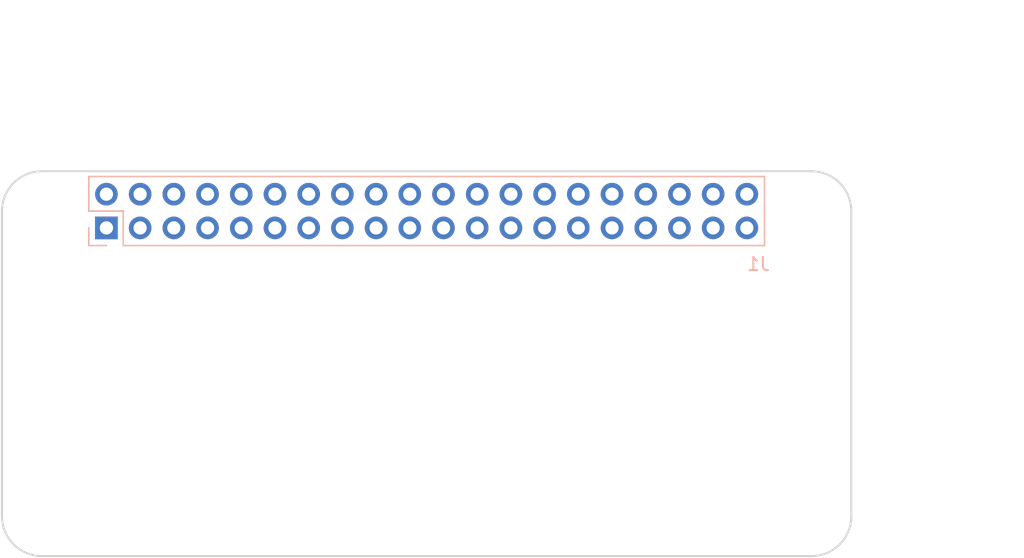
<source format=kicad_pcb>
(kicad_pcb (version 20171130) (host pcbnew 5.0.2-1.fc29)

  (general
    (thickness 1.6)
    (drawings 12)
    (tracks 0)
    (zones 0)
    (modules 5)
    (nets 32)
  )

  (page A4)
  (layers
    (0 F.Cu signal)
    (31 B.Cu signal)
    (32 B.Adhes user)
    (33 F.Adhes user)
    (34 B.Paste user)
    (35 F.Paste user)
    (36 B.SilkS user)
    (37 F.SilkS user)
    (38 B.Mask user)
    (39 F.Mask user)
    (40 Dwgs.User user)
    (41 Cmts.User user)
    (42 Eco1.User user)
    (43 Eco2.User user)
    (44 Edge.Cuts user)
    (45 Margin user)
    (46 B.CrtYd user)
    (47 F.CrtYd user)
    (48 B.Fab user)
    (49 F.Fab user)
  )

  (setup
    (last_trace_width 0.25)
    (trace_clearance 0.2)
    (zone_clearance 0.508)
    (zone_45_only no)
    (trace_min 0.2)
    (segment_width 0.2)
    (edge_width 0.15)
    (via_size 0.8)
    (via_drill 0.4)
    (via_min_size 0.4)
    (via_min_drill 0.3)
    (uvia_size 0.3)
    (uvia_drill 0.1)
    (uvias_allowed no)
    (uvia_min_size 0.2)
    (uvia_min_drill 0.1)
    (pcb_text_width 0.3)
    (pcb_text_size 1.5 1.5)
    (mod_edge_width 0.15)
    (mod_text_size 1 1)
    (mod_text_width 0.15)
    (pad_size 1.524 1.524)
    (pad_drill 0.762)
    (pad_to_mask_clearance 0.051)
    (solder_mask_min_width 0.25)
    (aux_axis_origin 0 0)
    (visible_elements FFFFFF7F)
    (pcbplotparams
      (layerselection 0x010fc_ffffffff)
      (usegerberextensions false)
      (usegerberattributes false)
      (usegerberadvancedattributes false)
      (creategerberjobfile false)
      (excludeedgelayer true)
      (linewidth 0.100000)
      (plotframeref false)
      (viasonmask false)
      (mode 1)
      (useauxorigin false)
      (hpglpennumber 1)
      (hpglpenspeed 20)
      (hpglpendiameter 15.000000)
      (psnegative false)
      (psa4output false)
      (plotreference true)
      (plotvalue true)
      (plotinvisibletext false)
      (padsonsilk false)
      (subtractmaskfromsilk false)
      (outputformat 1)
      (mirror false)
      (drillshape 1)
      (scaleselection 1)
      (outputdirectory ""))
  )

  (net 0 "")
  (net 1 "Net-(J1-Pad3)")
  (net 2 "Net-(J1-Pad5)")
  (net 3 "Net-(J1-Pad7)")
  (net 4 "Net-(J1-Pad8)")
  (net 5 "Net-(J1-Pad10)")
  (net 6 "Net-(J1-Pad11)")
  (net 7 "Net-(J1-Pad12)")
  (net 8 "Net-(J1-Pad13)")
  (net 9 "Net-(J1-Pad15)")
  (net 10 "Net-(J1-Pad16)")
  (net 11 "Net-(J1-Pad18)")
  (net 12 "Net-(J1-Pad19)")
  (net 13 "Net-(J1-Pad21)")
  (net 14 "Net-(J1-Pad22)")
  (net 15 "Net-(J1-Pad23)")
  (net 16 "Net-(J1-Pad24)")
  (net 17 "Net-(J1-Pad26)")
  (net 18 "Net-(J1-Pad29)")
  (net 19 "Net-(J1-Pad31)")
  (net 20 "Net-(J1-Pad32)")
  (net 21 "Net-(J1-Pad33)")
  (net 22 "Net-(J1-Pad35)")
  (net 23 "Net-(J1-Pad36)")
  (net 24 "Net-(J1-Pad37)")
  (net 25 "Net-(J1-Pad38)")
  (net 26 "Net-(J1-Pad40)")
  (net 27 GND)
  (net 28 +3V3)
  (net 29 +5V)
  (net 30 /ID_SD)
  (net 31 /ID_SC)

  (net_class Default "This is the default net class."
    (clearance 0.2)
    (trace_width 0.25)
    (via_dia 0.8)
    (via_drill 0.4)
    (uvia_dia 0.3)
    (uvia_drill 0.1)
    (add_net +3V3)
    (add_net +5V)
    (add_net /ID_SC)
    (add_net /ID_SD)
    (add_net GND)
    (add_net "Net-(J1-Pad10)")
    (add_net "Net-(J1-Pad11)")
    (add_net "Net-(J1-Pad12)")
    (add_net "Net-(J1-Pad13)")
    (add_net "Net-(J1-Pad15)")
    (add_net "Net-(J1-Pad16)")
    (add_net "Net-(J1-Pad18)")
    (add_net "Net-(J1-Pad19)")
    (add_net "Net-(J1-Pad21)")
    (add_net "Net-(J1-Pad22)")
    (add_net "Net-(J1-Pad23)")
    (add_net "Net-(J1-Pad24)")
    (add_net "Net-(J1-Pad26)")
    (add_net "Net-(J1-Pad29)")
    (add_net "Net-(J1-Pad3)")
    (add_net "Net-(J1-Pad31)")
    (add_net "Net-(J1-Pad32)")
    (add_net "Net-(J1-Pad33)")
    (add_net "Net-(J1-Pad35)")
    (add_net "Net-(J1-Pad36)")
    (add_net "Net-(J1-Pad37)")
    (add_net "Net-(J1-Pad38)")
    (add_net "Net-(J1-Pad40)")
    (add_net "Net-(J1-Pad5)")
    (add_net "Net-(J1-Pad7)")
    (add_net "Net-(J1-Pad8)")
  )

  (module Connector_PinSocket_2.54mm:PinSocket_2x20_P2.54mm_Vertical (layer B.Cu) (tedit 5A19A433) (tstamp 5C1F3C44)
    (at 117.87 90.27 270)
    (descr "Through hole straight socket strip, 2x20, 2.54mm pitch, double cols (from Kicad 4.0.7), script generated")
    (tags "Through hole socket strip THT 2x20 2.54mm double row")
    (path /5C13CC9E)
    (fp_text reference J1 (at 2.73 -49.13) (layer B.SilkS)
      (effects (font (size 1 1) (thickness 0.15)) (justify mirror))
    )
    (fp_text value Raspberry_Pi_2_3 (at 2.73 -41.13) (layer B.Fab)
      (effects (font (size 1 1) (thickness 0.15)) (justify mirror))
    )
    (fp_line (start -3.81 1.27) (end 0.27 1.27) (layer B.Fab) (width 0.1))
    (fp_line (start 0.27 1.27) (end 1.27 0.27) (layer B.Fab) (width 0.1))
    (fp_line (start 1.27 0.27) (end 1.27 -49.53) (layer B.Fab) (width 0.1))
    (fp_line (start 1.27 -49.53) (end -3.81 -49.53) (layer B.Fab) (width 0.1))
    (fp_line (start -3.81 -49.53) (end -3.81 1.27) (layer B.Fab) (width 0.1))
    (fp_line (start -3.87 1.33) (end -1.27 1.33) (layer B.SilkS) (width 0.12))
    (fp_line (start -3.87 1.33) (end -3.87 -49.59) (layer B.SilkS) (width 0.12))
    (fp_line (start -3.87 -49.59) (end 1.33 -49.59) (layer B.SilkS) (width 0.12))
    (fp_line (start 1.33 -1.27) (end 1.33 -49.59) (layer B.SilkS) (width 0.12))
    (fp_line (start -1.27 -1.27) (end 1.33 -1.27) (layer B.SilkS) (width 0.12))
    (fp_line (start -1.27 1.33) (end -1.27 -1.27) (layer B.SilkS) (width 0.12))
    (fp_line (start 1.33 1.33) (end 1.33 0) (layer B.SilkS) (width 0.12))
    (fp_line (start 0 1.33) (end 1.33 1.33) (layer B.SilkS) (width 0.12))
    (fp_line (start -4.34 1.8) (end 1.76 1.8) (layer B.CrtYd) (width 0.05))
    (fp_line (start 1.76 1.8) (end 1.76 -50) (layer B.CrtYd) (width 0.05))
    (fp_line (start 1.76 -50) (end -4.34 -50) (layer B.CrtYd) (width 0.05))
    (fp_line (start -4.34 -50) (end -4.34 1.8) (layer B.CrtYd) (width 0.05))
    (fp_text user %R (at -1.27 -24.13 180) (layer B.Fab)
      (effects (font (size 1 1) (thickness 0.15)) (justify mirror))
    )
    (pad 1 thru_hole rect (at 0 0 270) (size 1.7 1.7) (drill 1) (layers *.Cu *.Mask)
      (net 28 +3V3))
    (pad 2 thru_hole oval (at -2.54 0 270) (size 1.7 1.7) (drill 1) (layers *.Cu *.Mask)
      (net 29 +5V))
    (pad 3 thru_hole oval (at 0 -2.54 270) (size 1.7 1.7) (drill 1) (layers *.Cu *.Mask)
      (net 1 "Net-(J1-Pad3)"))
    (pad 4 thru_hole oval (at -2.54 -2.54 270) (size 1.7 1.7) (drill 1) (layers *.Cu *.Mask)
      (net 29 +5V))
    (pad 5 thru_hole oval (at 0 -5.08 270) (size 1.7 1.7) (drill 1) (layers *.Cu *.Mask)
      (net 2 "Net-(J1-Pad5)"))
    (pad 6 thru_hole oval (at -2.54 -5.08 270) (size 1.7 1.7) (drill 1) (layers *.Cu *.Mask)
      (net 27 GND))
    (pad 7 thru_hole oval (at 0 -7.62 270) (size 1.7 1.7) (drill 1) (layers *.Cu *.Mask)
      (net 3 "Net-(J1-Pad7)"))
    (pad 8 thru_hole oval (at -2.54 -7.62 270) (size 1.7 1.7) (drill 1) (layers *.Cu *.Mask)
      (net 4 "Net-(J1-Pad8)"))
    (pad 9 thru_hole oval (at 0 -10.16 270) (size 1.7 1.7) (drill 1) (layers *.Cu *.Mask)
      (net 27 GND))
    (pad 10 thru_hole oval (at -2.54 -10.16 270) (size 1.7 1.7) (drill 1) (layers *.Cu *.Mask)
      (net 5 "Net-(J1-Pad10)"))
    (pad 11 thru_hole oval (at 0 -12.7 270) (size 1.7 1.7) (drill 1) (layers *.Cu *.Mask)
      (net 6 "Net-(J1-Pad11)"))
    (pad 12 thru_hole oval (at -2.54 -12.7 270) (size 1.7 1.7) (drill 1) (layers *.Cu *.Mask)
      (net 7 "Net-(J1-Pad12)"))
    (pad 13 thru_hole oval (at 0 -15.24 270) (size 1.7 1.7) (drill 1) (layers *.Cu *.Mask)
      (net 8 "Net-(J1-Pad13)"))
    (pad 14 thru_hole oval (at -2.54 -15.24 270) (size 1.7 1.7) (drill 1) (layers *.Cu *.Mask)
      (net 27 GND))
    (pad 15 thru_hole oval (at 0 -17.78 270) (size 1.7 1.7) (drill 1) (layers *.Cu *.Mask)
      (net 9 "Net-(J1-Pad15)"))
    (pad 16 thru_hole oval (at -2.54 -17.78 270) (size 1.7 1.7) (drill 1) (layers *.Cu *.Mask)
      (net 10 "Net-(J1-Pad16)"))
    (pad 17 thru_hole oval (at 0 -20.32 270) (size 1.7 1.7) (drill 1) (layers *.Cu *.Mask)
      (net 28 +3V3))
    (pad 18 thru_hole oval (at -2.54 -20.32 270) (size 1.7 1.7) (drill 1) (layers *.Cu *.Mask)
      (net 11 "Net-(J1-Pad18)"))
    (pad 19 thru_hole oval (at 0 -22.86 270) (size 1.7 1.7) (drill 1) (layers *.Cu *.Mask)
      (net 12 "Net-(J1-Pad19)"))
    (pad 20 thru_hole oval (at -2.54 -22.86 270) (size 1.7 1.7) (drill 1) (layers *.Cu *.Mask)
      (net 27 GND))
    (pad 21 thru_hole oval (at 0 -25.4 270) (size 1.7 1.7) (drill 1) (layers *.Cu *.Mask)
      (net 13 "Net-(J1-Pad21)"))
    (pad 22 thru_hole oval (at -2.54 -25.4 270) (size 1.7 1.7) (drill 1) (layers *.Cu *.Mask)
      (net 14 "Net-(J1-Pad22)"))
    (pad 23 thru_hole oval (at 0 -27.94 270) (size 1.7 1.7) (drill 1) (layers *.Cu *.Mask)
      (net 15 "Net-(J1-Pad23)"))
    (pad 24 thru_hole oval (at -2.54 -27.94 270) (size 1.7 1.7) (drill 1) (layers *.Cu *.Mask)
      (net 16 "Net-(J1-Pad24)"))
    (pad 25 thru_hole oval (at 0 -30.48 270) (size 1.7 1.7) (drill 1) (layers *.Cu *.Mask)
      (net 27 GND))
    (pad 26 thru_hole oval (at -2.54 -30.48 270) (size 1.7 1.7) (drill 1) (layers *.Cu *.Mask)
      (net 17 "Net-(J1-Pad26)"))
    (pad 27 thru_hole oval (at 0 -33.02 270) (size 1.7 1.7) (drill 1) (layers *.Cu *.Mask)
      (net 30 /ID_SD))
    (pad 28 thru_hole oval (at -2.54 -33.02 270) (size 1.7 1.7) (drill 1) (layers *.Cu *.Mask)
      (net 31 /ID_SC))
    (pad 29 thru_hole oval (at 0 -35.56 270) (size 1.7 1.7) (drill 1) (layers *.Cu *.Mask)
      (net 18 "Net-(J1-Pad29)"))
    (pad 30 thru_hole oval (at -2.54 -35.56 270) (size 1.7 1.7) (drill 1) (layers *.Cu *.Mask)
      (net 27 GND))
    (pad 31 thru_hole oval (at 0 -38.1 270) (size 1.7 1.7) (drill 1) (layers *.Cu *.Mask)
      (net 19 "Net-(J1-Pad31)"))
    (pad 32 thru_hole oval (at -2.54 -38.1 270) (size 1.7 1.7) (drill 1) (layers *.Cu *.Mask)
      (net 20 "Net-(J1-Pad32)"))
    (pad 33 thru_hole oval (at 0 -40.64 270) (size 1.7 1.7) (drill 1) (layers *.Cu *.Mask)
      (net 21 "Net-(J1-Pad33)"))
    (pad 34 thru_hole oval (at -2.54 -40.64 270) (size 1.7 1.7) (drill 1) (layers *.Cu *.Mask)
      (net 27 GND))
    (pad 35 thru_hole oval (at 0 -43.18 270) (size 1.7 1.7) (drill 1) (layers *.Cu *.Mask)
      (net 22 "Net-(J1-Pad35)"))
    (pad 36 thru_hole oval (at -2.54 -43.18 270) (size 1.7 1.7) (drill 1) (layers *.Cu *.Mask)
      (net 23 "Net-(J1-Pad36)"))
    (pad 37 thru_hole oval (at 0 -45.72 270) (size 1.7 1.7) (drill 1) (layers *.Cu *.Mask)
      (net 24 "Net-(J1-Pad37)"))
    (pad 38 thru_hole oval (at -2.54 -45.72 270) (size 1.7 1.7) (drill 1) (layers *.Cu *.Mask)
      (net 25 "Net-(J1-Pad38)"))
    (pad 39 thru_hole oval (at 0 -48.26 270) (size 1.7 1.7) (drill 1) (layers *.Cu *.Mask)
      (net 27 GND))
    (pad 40 thru_hole oval (at -2.54 -48.26 270) (size 1.7 1.7) (drill 1) (layers *.Cu *.Mask)
      (net 26 "Net-(J1-Pad40)"))
    (model ${KISYS3DMOD}/Connector_PinSocket_2.54mm.3dshapes/PinSocket_2x20_P2.54mm_Vertical.wrl
      (at (xyz 0 0 0))
      (scale (xyz 1 1 1))
      (rotate (xyz 0 0 0))
    )
  )

  (module MountingHole:MountingHole_2.7mm_M2.5 (layer F.Cu) (tedit 5C12BA1F) (tstamp 5C1F2965)
    (at 171 112)
    (descr "Mounting Hole 2.7mm, no annular, M2.5")
    (tags "mounting hole 2.7mm no annular m2.5")
    (path /5C13D08D)
    (attr virtual)
    (fp_text reference H4 (at 0 -3.7) (layer F.SilkS) hide
      (effects (font (size 1 1) (thickness 0.15)))
    )
    (fp_text value MountingHole (at 0 3.7) (layer F.Fab) hide
      (effects (font (size 1 1) (thickness 0.15)))
    )
    (fp_circle (center 0 0) (end 2.95 0) (layer F.CrtYd) (width 0.05))
    (fp_circle (center 0 0) (end 2.7 0) (layer Cmts.User) (width 0.15))
    (fp_text user %R (at 0.3 0) (layer F.Fab)
      (effects (font (size 1 1) (thickness 0.15)))
    )
    (pad 1 np_thru_hole circle (at 0 0) (size 2.7 2.7) (drill 2.7) (layers *.Cu *.Mask))
  )

  (module MountingHole:MountingHole_2.7mm_M2.5 (layer F.Cu) (tedit 5C12BA18) (tstamp 5C1F295D)
    (at 113 112)
    (descr "Mounting Hole 2.7mm, no annular, M2.5")
    (tags "mounting hole 2.7mm no annular m2.5")
    (path /5C13D071)
    (attr virtual)
    (fp_text reference H3 (at 0 -3.7) (layer F.SilkS) hide
      (effects (font (size 1 1) (thickness 0.15)))
    )
    (fp_text value MountingHole (at 0 3.7) (layer F.Fab) hide
      (effects (font (size 1 1) (thickness 0.15)))
    )
    (fp_text user %R (at 0.3 0) (layer F.Fab)
      (effects (font (size 1 1) (thickness 0.15)))
    )
    (fp_circle (center 0 0) (end 2.7 0) (layer Cmts.User) (width 0.15))
    (fp_circle (center 0 0) (end 2.95 0) (layer F.CrtYd) (width 0.05))
    (pad 1 np_thru_hole circle (at 0 0) (size 2.7 2.7) (drill 2.7) (layers *.Cu *.Mask))
  )

  (module MountingHole:MountingHole_2.7mm_M2.5 (layer F.Cu) (tedit 5C12BA27) (tstamp 5C1F2955)
    (at 171 89)
    (descr "Mounting Hole 2.7mm, no annular, M2.5")
    (tags "mounting hole 2.7mm no annular m2.5")
    (path /5C13D053)
    (attr virtual)
    (fp_text reference H2 (at 0 -3.7) (layer F.SilkS) hide
      (effects (font (size 1 1) (thickness 0.15)))
    )
    (fp_text value MountingHole (at 0 3.7) (layer F.Fab) hide
      (effects (font (size 1 1) (thickness 0.15)))
    )
    (fp_circle (center 0 0) (end 2.95 0) (layer F.CrtYd) (width 0.05))
    (fp_circle (center 0 0) (end 2.7 0) (layer Cmts.User) (width 0.15))
    (fp_text user %R (at 0.3 0) (layer F.Fab)
      (effects (font (size 1 1) (thickness 0.15)))
    )
    (pad 1 np_thru_hole circle (at 0 0) (size 2.7 2.7) (drill 2.7) (layers *.Cu *.Mask))
  )

  (module MountingHole:MountingHole_2.7mm_M2.5 (layer F.Cu) (tedit 5C12BA0E) (tstamp 5C1F294D)
    (at 113 89)
    (descr "Mounting Hole 2.7mm, no annular, M2.5")
    (tags "mounting hole 2.7mm no annular m2.5")
    (path /5C13CF11)
    (attr virtual)
    (fp_text reference H1 (at 0 -3.7) (layer F.SilkS) hide
      (effects (font (size 1 1) (thickness 0.15)))
    )
    (fp_text value MountingHole (at 0 3.7) (layer F.Fab) hide
      (effects (font (size 1 1) (thickness 0.15)))
    )
    (fp_text user %R (at 0.3 0) (layer F.Fab)
      (effects (font (size 1 1) (thickness 0.15)))
    )
    (fp_circle (center 0 0) (end 2.7 0) (layer Cmts.User) (width 0.15))
    (fp_circle (center 0 0) (end 2.95 0) (layer F.CrtYd) (width 0.05))
    (pad 1 np_thru_hole circle (at 0 0) (size 2.7 2.7) (drill 2.7) (layers *.Cu *.Mask))
  )

  (dimension 58 (width 0.3) (layer Dwgs.User)
    (gr_text "58.000 mm" (at 142 79.9) (layer Dwgs.User)
      (effects (font (size 1.5 1.5) (thickness 0.3)))
    )
    (feature1 (pts (xy 171 89) (xy 171 81.413579)))
    (feature2 (pts (xy 113 89) (xy 113 81.413579)))
    (crossbar (pts (xy 113 82) (xy 171 82)))
    (arrow1a (pts (xy 171 82) (xy 169.873496 82.586421)))
    (arrow1b (pts (xy 171 82) (xy 169.873496 81.413579)))
    (arrow2a (pts (xy 113 82) (xy 114.126504 82.586421)))
    (arrow2b (pts (xy 113 82) (xy 114.126504 81.413579)))
  )
  (dimension 23 (width 0.3) (layer Dwgs.User)
    (gr_text "23.000 mm" (at 180.1 100.5 270) (layer Dwgs.User)
      (effects (font (size 1.5 1.5) (thickness 0.3)))
    )
    (feature1 (pts (xy 171 112) (xy 178.586421 112)))
    (feature2 (pts (xy 171 89) (xy 178.586421 89)))
    (crossbar (pts (xy 178 89) (xy 178 112)))
    (arrow1a (pts (xy 178 112) (xy 177.413579 110.873496)))
    (arrow1b (pts (xy 178 112) (xy 178.586421 110.873496)))
    (arrow2a (pts (xy 178 89) (xy 177.413579 90.126504)))
    (arrow2b (pts (xy 178 89) (xy 178.586421 90.126504)))
  )
  (dimension 29 (width 0.3) (layer Dwgs.User) (tstamp 5C1F8B12)
    (gr_text "29.000 mm" (at 185.1 100.5 270) (layer Dwgs.User) (tstamp 5C1F8B13)
      (effects (font (size 1.5 1.5) (thickness 0.3)))
    )
    (feature1 (pts (xy 171 115) (xy 183.586421 115)))
    (feature2 (pts (xy 171 86) (xy 183.586421 86)))
    (crossbar (pts (xy 183 86) (xy 183 115)))
    (arrow1a (pts (xy 183 115) (xy 182.413579 113.873496)))
    (arrow1b (pts (xy 183 115) (xy 183.586421 113.873496)))
    (arrow2a (pts (xy 183 86) (xy 182.413579 87.126504)))
    (arrow2b (pts (xy 183 86) (xy 183.586421 87.126504)))
  )
  (dimension 64 (width 0.3) (layer Dwgs.User)
    (gr_text "64.000 mm" (at 142 74.2) (layer Dwgs.User) (tstamp 5C1F8B1F)
      (effects (font (size 1.5 1.5) (thickness 0.3)))
    )
    (feature1 (pts (xy 174 89) (xy 174 75.713579)))
    (feature2 (pts (xy 110 89) (xy 110 75.713579)))
    (crossbar (pts (xy 110 76.3) (xy 174 76.3)))
    (arrow1a (pts (xy 174 76.3) (xy 172.873496 76.886421)))
    (arrow1b (pts (xy 174 76.3) (xy 172.873496 75.713579)))
    (arrow2a (pts (xy 110 76.3) (xy 111.126504 76.886421)))
    (arrow2b (pts (xy 110 76.3) (xy 111.126504 75.713579)))
  )
  (gr_line (start 113 115) (end 171 115) (layer Edge.Cuts) (width 0.15))
  (gr_arc (start 171 112) (end 171 115) (angle -90) (layer Edge.Cuts) (width 0.15))
  (gr_arc (start 113 112) (end 110 112) (angle -90) (layer Edge.Cuts) (width 0.15))
  (gr_line (start 174 89) (end 174 112) (layer Edge.Cuts) (width 0.15))
  (gr_line (start 110 89) (end 110 112) (layer Edge.Cuts) (width 0.15))
  (gr_arc (start 171 89) (end 174 89) (angle -90) (layer Edge.Cuts) (width 0.15))
  (gr_arc (start 113 89) (end 113 86) (angle -90) (layer Edge.Cuts) (width 0.15))
  (gr_line (start 113 86) (end 171 86) (layer Edge.Cuts) (width 0.15))

)

</source>
